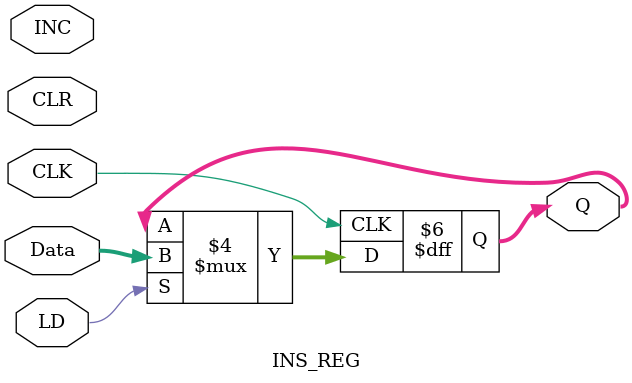
<source format=v>
`timescale 1ns / 1ps


module INS_REG(Q,Data, LD, CLR, INC, CLK);
 
     initial Q = 0;
  
     output reg [7:0] Q;
     input [7:0] Data;
     input LD, CLR, INC, CLK;
     
     always @(posedge CLK)
     begin
          if(LD)
             Q = Data;
         end    
 endmodule

</source>
